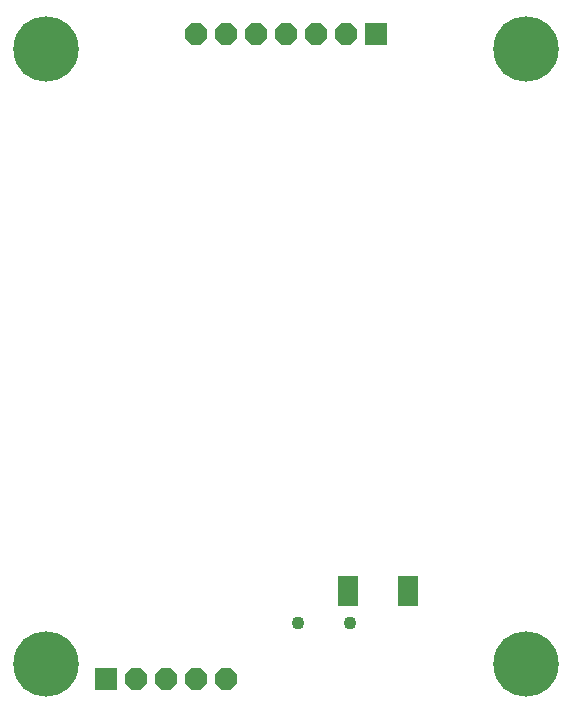
<source format=gbs>
G75*
G70*
%OFA0B0*%
%FSLAX24Y24*%
%IPPOS*%
%LPD*%
%AMOC8*
5,1,8,0,0,1.08239X$1,22.5*
%
%ADD10R,0.0710X0.0198*%
%ADD11C,0.0434*%
%ADD12R,0.0720X0.0720*%
%ADD13OC8,0.0720*%
%ADD14C,0.2180*%
D10*
X011570Y008399D03*
X011570Y008596D03*
X011570Y008792D03*
X011570Y008989D03*
X011570Y009186D03*
X013592Y009189D03*
X013592Y008992D03*
X013592Y008796D03*
X013592Y008599D03*
X013592Y008402D03*
D11*
X011637Y007719D03*
X009905Y007719D03*
D12*
X003521Y005844D03*
X012521Y027344D03*
D13*
X011521Y027344D03*
X010521Y027344D03*
X009521Y027344D03*
X008521Y027344D03*
X007521Y027344D03*
X006521Y027344D03*
X006521Y005844D03*
X005521Y005844D03*
X004521Y005844D03*
X007521Y005844D03*
D14*
X001521Y006344D03*
X001521Y026844D03*
X017521Y026844D03*
X017521Y006344D03*
M02*

</source>
